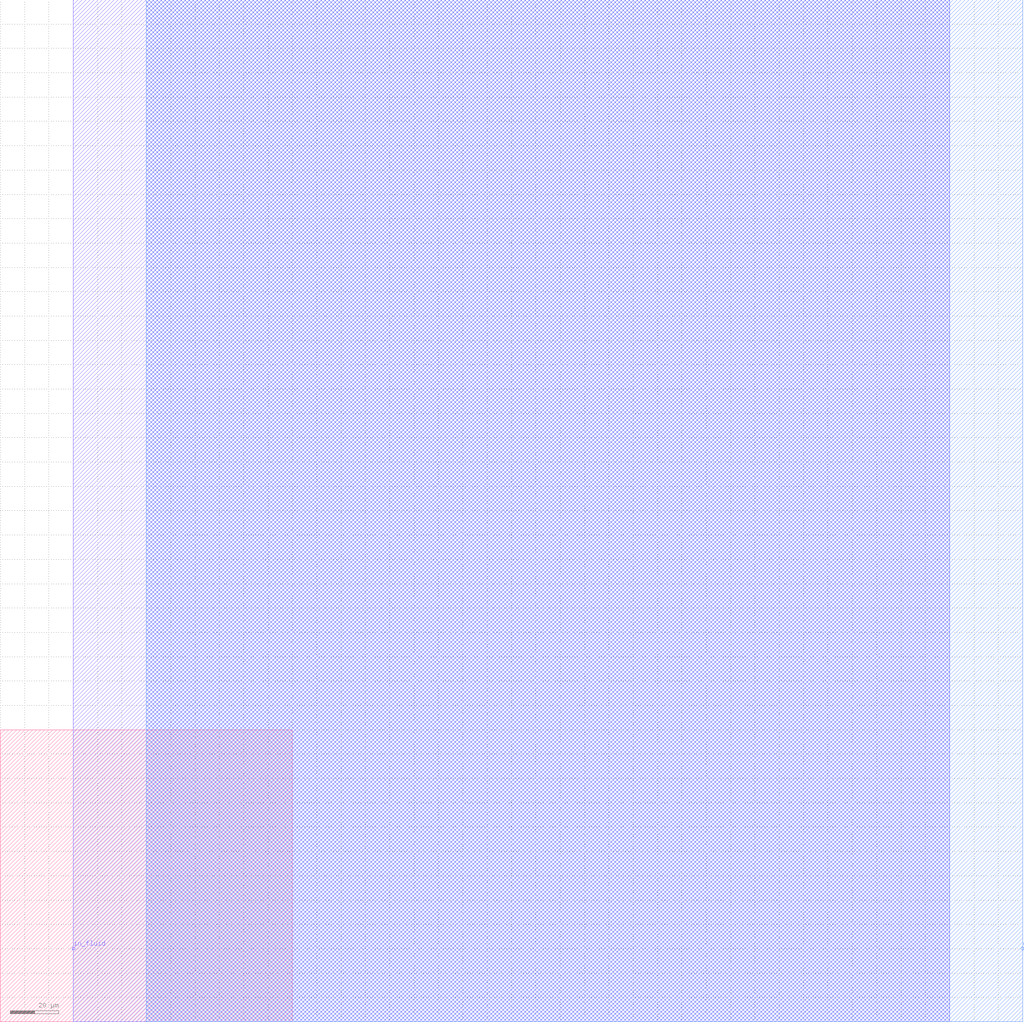
<source format=lef>
VERSION 5.7 ;
BUSBITCHARS "[]" ;
DIVIDERCHAR "/" ;

################################## FUNCTIONAL ##################################
MACRO valve_20px_1
  CLASS CORE ;
  ORIGIN 0 0 ;
  FOREIGN valve_20px_1 0 0 ;
  SIZE 120 BY 120 ;
  SYMMETRY X Y ;
  SITE CoreSite ;
  PIN in_air
    DIRECTION INPUT ;
    USE SIGNAL ;
    PORT
      LAYER met2 ;
        RECT 49.5 74.5 50.5 75.5 ;
    END
  END in_air
  PIN out_air
    DIRECTION OUTPUT ;
    USE SIGNAL ;
    PORT
      LAYER met2 ;
        RECT 49.5 24.5 50.5 25.5 ;
    END
  END out_air
  PIN in_fluid
    DIRECTION INPUT ;
    USE SIGNAL ;
    PORT
      LAYER met1 ;
        RECT 24.5 49.5 25.5 50.5 ;
    END
  END in_fluid
  PIN out_fluid
    DIRECTION OUTPUT ;
    USE SIGNAL ;
    PORT
      LAYER met1 ;
        RECT 74.5 49.5 75.5 50.5 ;
    END
  END out_fluid
  PROPERTY CatenaDesignType "deviceLevel" ;
END valve_20px_1


MACRO serpentine_50px_0
  CLASS CORE ;
  ORIGIN  0 0 ;
  FOREIGN serpentine_50px_0 0 0 ;
  SIZE 120 BY 120 ;
  SYMMETRY X Y ;
  SITE CoreSite ;
  PIN in_fluid
    DIRECTION INPUT ;
    USE SIGNAL ;
    PORT
      LAYER met1 ;
        RECT 29.5 29.5 30.5 30.5 ;
    END
  END in_fluid
  PIN out_fluid
    DIRECTION OUTPUT ;
    USE SIGNAL ;
    PORT
      LAYER met1 ;
        RECT 89.5 29.5 90.5 30.5 ;
    END
  END out_fluid
  OBS
    LAYER met1 ;
      RECT 30 30 90 90 ;
  END
  PROPERTY CatenaDesignType "deviceLevel" ;
END serpentine_50px_0

MACRO serpentine_100px_0
  CLASS CORE ;
  ORIGIN  0 0 ;
  FOREIGN serpentine_100px_0 0 0 ;
  SIZE 120 BY 120 ;
  SYMMETRY X Y ;
  SITE CoreSite ;
  PIN in_fluid
    DIRECTION INPUT ;
    USE SIGNAL ;
    PORT
      LAYER met1 ;
        RECT 29.5 29.5 30.5 30.5 ;
    END
  END in_fluid
  PIN out_fluid
    DIRECTION OUTPUT ;
    USE SIGNAL ;
    PORT
      LAYER met1 ;
        RECT 149.5 29.5 150.5 30.5 ;
    END
  END out_fluid
  OBS
    LAYER met1 ;
      RECT 30 30 150 150 ;
  END
  PROPERTY CatenaDesignType "deviceLevel" ;
END serpentine_100px_0

MACRO serpentine_150px_0
  CLASS CORE ;
  ORIGIN  0 0 ;
  FOREIGN serpentine_150px_0 0 0 ;
  SIZE 120 BY 120 ;
  SYMMETRY X Y ;
  SITE CoreSite ;
  PIN in_fluid
    DIRECTION INPUT ;
    USE SIGNAL ;
    PORT
      LAYER met1 ;
        RECT 29.5 29.5 30.5 30.5 ;
    END
  END in_fluid
  PIN out_fluid
    DIRECTION OUTPUT ;
    USE SIGNAL ;
    PORT
      LAYER met1 ;
        RECT 209.5 29.5 210.5 30.5 ;
    END
  END out_fluid
  OBS
    LAYER met1 ;
      RECT 30 30 210 210 ;
  END
  PROPERTY CatenaDesignType "deviceLevel" ;
END serpentine_150px_0

MACRO serpentine_200px_0
  CLASS CORE ;
  ORIGIN  0 0 ;
  FOREIGN serpentine_200px_0 0 0 ;
  SIZE 120 BY 120 ;
  SYMMETRY X Y ;
  SITE CoreSite ;
  PIN in_fluid
    DIRECTION INPUT ;
    USE SIGNAL ;
    PORT
      LAYER met1 ;
        RECT 29.5 29.5 30.5 30.5 ;
    END
  END in_fluid
  PIN out_fluid
    DIRECTION OUTPUT ;
    USE SIGNAL ;
    PORT
      LAYER met1 ;
        RECT 269.5 29.5 270.5 30.5 ;
    END
  END out_fluid
  OBS
    LAYER met1 ;
      RECT 30 30 270 270 ;
  END
  PROPERTY CatenaDesignType "deviceLevel" ;
END serpentine_200px_0

MACRO serpentine_200px_3
  CLASS CORE ;
  ORIGIN  0 0 ;
  FOREIGN serpentine_200px_0 0 0 ;
  SIZE 120 BY 120 ;
  SYMMETRY X Y ;
  SITE CoreSite ;
  PIN in_fluid
    DIRECTION INPUT ;
    USE SIGNAL ;
    PORT
      LAYER met2 ;
        RECT 29.5 29.5 30.5 30.5 ;
    END
  END in_fluid
  PIN out_fluid
    DIRECTION OUTPUT ;
    USE SIGNAL ;
    PORT
      LAYER met5 ;
        RECT 29.5 29.5 30.5 30.5 ;
    END
  END out_fluid
  OBS
    LAYER met2 ;
      RECT 30 0 270 300 ;
    LAYER met3 ;
      RECT 60 0 270 300 ;
    LAYER met4 ;
      RECT 60 0 270 300 ;
    LAYER met5 ;
      RECT 30 0 270 300 ;
  END
  PROPERTY CatenaDesignType "deviceLevel" ;
END serpentine_200px_3

MACRO serpentine_300px_0
  CLASS CORE ;
  ORIGIN  0 0 ;
  FOREIGN serpentine_300px_0 0 0 ;
  SIZE 120 BY 120 ;
  SYMMETRY X Y ;
  SITE CoreSite ;
  PIN in_fluid
    DIRECTION INPUT ;
    USE SIGNAL ;
    PORT
      LAYER met1 ;
        RECT 29.5 29.5 30.5 30.5 ;
    END
  END in_fluid
  PIN out_fluid
    DIRECTION OUTPUT ;
    USE SIGNAL ;
    PORT
      LAYER met1 ;
        RECT 389.5 29.5 390.5 30.5 ;
    END
  END out_fluid
  OBS
    LAYER met1 ;
      RECT 30 30 360 390 ;
  END
  PROPERTY CatenaDesignType "deviceLevel" ;
END serpentine_300px_0

MACRO serpentine_300px_1
  CLASS CORE ;
  ORIGIN  0 0 ;
  FOREIGN serpentine_300px_0 0 0 ;
  SIZE 120 BY 120 ;
  SYMMETRY X Y ;
  SITE CoreSite ;
  PIN in_fluid
    DIRECTION INPUT ;
    USE SIGNAL ;
    PORT
      LAYER met2 ;
        RECT 59.5 29.5 60.5 30.5 ;
    END
  END in_fluid
  PIN out_fluid
    DIRECTION OUTPUT ;
    USE SIGNAL ;
    PORT
      LAYER met3 ;
        RECT 29.5 29.5 30.5 30.5 ;
    END
  END out_fluid
  OBS
    LAYER met2 ;
      RECT 60 0 390 420 ;
    LAYER met3 ;
      RECT 60 0 390 420 ;
  END
  PROPERTY CatenaDesignType "deviceLevel" ;
END serpentine_300px_1

MACRO serpentine_300px_2
  CLASS CORE ;
  ORIGIN  0 0 ;
  FOREIGN serpentine_300px_0 0 0 ;
  SIZE 120 BY 120 ;
  SYMMETRY X Y ;
  SITE CoreSite ;
  PIN in_fluid
    DIRECTION INPUT ;
    USE SIGNAL ;
    PORT
      LAYER met2 ;
        RECT 29.5 29.5 30.5 30.5 ;
    END
  END in_fluid
  PIN out_fluid
    DIRECTION OUTPUT ;
    USE SIGNAL ;
    PORT
      LAYER met4 ;
        RECT 419.5 29.5 420.5 30.5 ;
    END
  END out_fluid
  OBS
    LAYER met2 ;
      RECT 30 0 390 420 ;
    LAYER met3 ;
      RECT 60 0 390 420 ;
    LAYER met4 ;
      RECT 60 0 420 420 ;
  END
  PROPERTY CatenaDesignType "deviceLevel" ;
END serpentine_300px_2

MACRO serpentine_300px_3
  CLASS CORE ;
  ORIGIN  0 0 ;
  FOREIGN serpentine_300px_0 0 0 ;
  SIZE 120 BY 120 ;
  SYMMETRY X Y ;
  SITE CoreSite ;
  PIN in_fluid
    DIRECTION INPUT ;
    USE SIGNAL ;
    PORT
      LAYER met2 ;
        RECT 59.5 29.5 60.5 30.5 ;
    END
  END in_fluid
  PIN out_fluid
    DIRECTION OUTPUT ;
    USE SIGNAL ;
    PORT
      LAYER met5 ;
        RECT 29.5 29.5 30.5 30.5 ;
    END
  END out_fluid
  OBS
    LAYER met2 ;
      RECT 60 0 420 420 ;
    LAYER met3 ;
      RECT 60 0 420 420 ;
    LAYER met4 ;
      RECT 60 0 420 420 ;
    LAYER met5 ;
      RECT 30 0 420 420 ;
  END
  PROPERTY CatenaDesignType "deviceLevel" ;
END serpentine_300px_3

MACRO diffmix_25px_0
  CLASS CORE ;
  ORIGIN  0 0 ;
  FOREIGN diffmix_25px_0 0 0 ;
  SIZE 120 BY 120 ;
  SYMMETRY X Y ;
  SITE CoreSite ;
  PIN a_fluid
    DIRECTION INPUT ;
    USE SIGNAL ;
    PORT
      LAYER met1 ;
        RECT 29.5 59.5 30.5 60.5 ;
    END
  END a_fluid
  PIN b_fluid
    DIRECTION INPUT ;
    USE SIGNAL ;
    PORT
      LAYER met1 ;
        RECT 29.5 29.5 30.5 30.5 ;
    END
  END b_fluid
  PIN out_fluid
    DIRECTION OUTPUT ;
    USE SIGNAL ;
    PORT
      LAYER met1 ;
        RECT 59.5 59.5 60.5 60.5 ;
    END
  END out_fluid
  OBS
    LAYER met1 ;
      RECT 30 30 60 60 ;
    LAYER met2 ;
      RECT 30 30 60 60 ;
  END
  PROPERTY CatenaDesignType "deviceLevel" ;
END diffmix_25px_0

MACRO pinhole_325px_0
  CLASS PAD ;
  ORIGIN 0 0 ;
  FOREIGN pinhole_325px_0 ;
  SIZE 330 BY 140 ;
  SYMMETRY X Y ;
  PIN hole
    DIRECTION INOUT ;
    USE SIGNAL ;
    PORT
      LAYER met2 ;
        RECT 325 69 327 71 ;
    END
  END hole
END pinhole_325px_0

END LIBRARY

</source>
